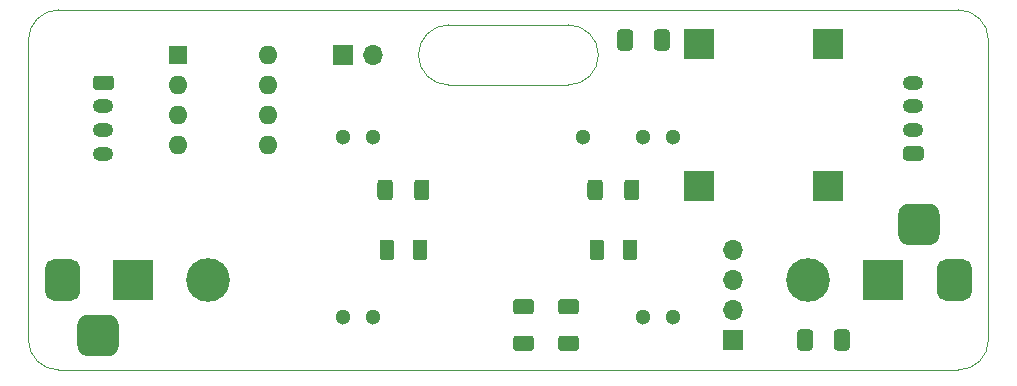
<source format=gbr>
From 40ab1463c3da0c844eedba5c5f52d5ef8af322c4 Mon Sep 17 00:00:00 2001
From: Philip Lampkin <plampkin@chem.wisc.edu>
Date: Sat, 24 Apr 2021 12:07:04 -0500
Subject: terminology update

---
 digital-driver/gerber/driver-F_Mask.gbr | 694 --------------------------------
 1 file changed, 694 deletions(-)
 delete mode 100644 digital-driver/gerber/driver-F_Mask.gbr

(limited to 'digital-driver/gerber/driver-F_Mask.gbr')

diff --git a/digital-driver/gerber/driver-F_Mask.gbr b/digital-driver/gerber/driver-F_Mask.gbr
deleted file mode 100644
index ee7f187..0000000
--- a/digital-driver/gerber/driver-F_Mask.gbr
+++ /dev/null
@@ -1,694 +0,0 @@
-%TF.GenerationSoftware,KiCad,Pcbnew,5.1.8+dfsg1-1+b1*%
-%TF.CreationDate,2021-03-06T12:09:01-06:00*%
-%TF.ProjectId,driver,64726976-6572-42e6-9b69-6361645f7063,B*%
-%TF.SameCoordinates,Original*%
-%TF.FileFunction,Soldermask,Top*%
-%TF.FilePolarity,Negative*%
-%FSLAX46Y46*%
-G04 Gerber Fmt 4.6, Leading zero omitted, Abs format (unit mm)*
-G04 Created by KiCad (PCBNEW 5.1.8+dfsg1-1+b1) date 2021-03-06 12:09:01*
-%MOMM*%
-%LPD*%
-G01*
-G04 APERTURE LIST*
-%TA.AperFunction,Profile*%
-%ADD10C,0.100000*%
-%TD*%
-%ADD11R,2.500000X2.500000*%
-%ADD12O,1.750000X1.200000*%
-%ADD13C,3.700000*%
-%ADD14C,1.300000*%
-%ADD15R,3.500000X3.500000*%
-%ADD16O,1.600000X1.600000*%
-%ADD17R,1.600000X1.600000*%
-%ADD18O,1.700000X1.700000*%
-%ADD19R,1.700000X1.700000*%
-G04 APERTURE END LIST*
-D10*
-X121920000Y-85090000D02*
-G75*
-G02*
-X119380000Y-82550000I0J2540000D01*
-G01*
-X165100000Y-78740000D02*
-X88900000Y-78740000D01*
-X119380000Y-82550000D02*
-G75*
-G02*
-X121920000Y-80010000I2540000J0D01*
-G01*
-X132080000Y-80010000D02*
-G75*
-G02*
-X134620000Y-82550000I0J-2540000D01*
-G01*
-X134620000Y-82550000D02*
-G75*
-G02*
-X132080000Y-85090000I-2540000J0D01*
-G01*
-X132080000Y-80010000D02*
-X121920000Y-80010000D01*
-X132080000Y-85090000D02*
-X121920000Y-85090000D01*
-X165100000Y-109220000D02*
-X88900000Y-109220000D01*
-X86360000Y-81280000D02*
-X86360000Y-106680000D01*
-X167640000Y-106680000D02*
-X167640000Y-81280000D01*
-X86360000Y-81280000D02*
-G75*
-G02*
-X88900000Y-78740000I2540000J0D01*
-G01*
-X88900000Y-109220000D02*
-G75*
-G02*
-X86360000Y-106680000I0J2540000D01*
-G01*
-X167640000Y-106680000D02*
-G75*
-G02*
-X165100000Y-109220000I-2540000J0D01*
-G01*
-X165100000Y-78740000D02*
-G75*
-G02*
-X167640000Y-81280000I0J-2540000D01*
-G01*
-D11*
-%TO.C,PS1*%
-X154090000Y-81630000D03*
-X143090000Y-81630000D03*
-X143090000Y-93630000D03*
-X154090000Y-93630000D03*
-%TD*%
-%TO.C,R7*%
-G36*
-G01*
-X127645000Y-106310000D02*
-X128895000Y-106310000D01*
-G75*
-G02*
-X129145000Y-106560000I0J-250000D01*
-G01*
-X129145000Y-107360000D01*
-G75*
-G02*
-X128895000Y-107610000I-250000J0D01*
-G01*
-X127645000Y-107610000D01*
-G75*
-G02*
-X127395000Y-107360000I0J250000D01*
-G01*
-X127395000Y-106560000D01*
-G75*
-G02*
-X127645000Y-106310000I250000J0D01*
-G01*
-G37*
-G36*
-G01*
-X127645000Y-103210000D02*
-X128895000Y-103210000D01*
-G75*
-G02*
-X129145000Y-103460000I0J-250000D01*
-G01*
-X129145000Y-104260000D01*
-G75*
-G02*
-X128895000Y-104510000I-250000J0D01*
-G01*
-X127645000Y-104510000D01*
-G75*
-G02*
-X127395000Y-104260000I0J250000D01*
-G01*
-X127395000Y-103460000D01*
-G75*
-G02*
-X127645000Y-103210000I250000J0D01*
-G01*
-G37*
-%TD*%
-%TO.C,R6*%
-G36*
-G01*
-X131455000Y-106310000D02*
-X132705000Y-106310000D01*
-G75*
-G02*
-X132955000Y-106560000I0J-250000D01*
-G01*
-X132955000Y-107360000D01*
-G75*
-G02*
-X132705000Y-107610000I-250000J0D01*
-G01*
-X131455000Y-107610000D01*
-G75*
-G02*
-X131205000Y-107360000I0J250000D01*
-G01*
-X131205000Y-106560000D01*
-G75*
-G02*
-X131455000Y-106310000I250000J0D01*
-G01*
-G37*
-G36*
-G01*
-X131455000Y-103210000D02*
-X132705000Y-103210000D01*
-G75*
-G02*
-X132955000Y-103460000I0J-250000D01*
-G01*
-X132955000Y-104260000D01*
-G75*
-G02*
-X132705000Y-104510000I-250000J0D01*
-G01*
-X131455000Y-104510000D01*
-G75*
-G02*
-X131205000Y-104260000I0J250000D01*
-G01*
-X131205000Y-103460000D01*
-G75*
-G02*
-X131455000Y-103210000I250000J0D01*
-G01*
-G37*
-%TD*%
-D12*
-%TO.C,J1*%
-X161290000Y-84900000D03*
-X161290000Y-86900000D03*
-X161290000Y-88900000D03*
-G36*
-G01*
-X161915001Y-91500000D02*
-X160664999Y-91500000D01*
-G75*
-G02*
-X160415000Y-91250001I0J249999D01*
-G01*
-X160415000Y-90549999D01*
-G75*
-G02*
-X160664999Y-90300000I249999J0D01*
-G01*
-X161915001Y-90300000D01*
-G75*
-G02*
-X162165000Y-90549999I0J-249999D01*
-G01*
-X162165000Y-91250001D01*
-G75*
-G02*
-X161915001Y-91500000I-249999J0D01*
-G01*
-G37*
-%TD*%
-%TO.C,R5*%
-G36*
-G01*
-X136790000Y-94605001D02*
-X136790000Y-93354999D01*
-G75*
-G02*
-X137039999Y-93105000I249999J0D01*
-G01*
-X137840001Y-93105000D01*
-G75*
-G02*
-X138090000Y-93354999I0J-249999D01*
-G01*
-X138090000Y-94605001D01*
-G75*
-G02*
-X137840001Y-94855000I-249999J0D01*
-G01*
-X137039999Y-94855000D01*
-G75*
-G02*
-X136790000Y-94605001I0J249999D01*
-G01*
-G37*
-G36*
-G01*
-X133690000Y-94605001D02*
-X133690000Y-93354999D01*
-G75*
-G02*
-X133939999Y-93105000I249999J0D01*
-G01*
-X134740001Y-93105000D01*
-G75*
-G02*
-X134990000Y-93354999I0J-249999D01*
-G01*
-X134990000Y-94605001D01*
-G75*
-G02*
-X134740001Y-94855000I-249999J0D01*
-G01*
-X133939999Y-94855000D01*
-G75*
-G02*
-X133690000Y-94605001I0J249999D01*
-G01*
-G37*
-%TD*%
-%TO.C,R2*%
-G36*
-G01*
-X119010000Y-94605001D02*
-X119010000Y-93354999D01*
-G75*
-G02*
-X119259999Y-93105000I249999J0D01*
-G01*
-X120060001Y-93105000D01*
-G75*
-G02*
-X120310000Y-93354999I0J-249999D01*
-G01*
-X120310000Y-94605001D01*
-G75*
-G02*
-X120060001Y-94855000I-249999J0D01*
-G01*
-X119259999Y-94855000D01*
-G75*
-G02*
-X119010000Y-94605001I0J249999D01*
-G01*
-G37*
-G36*
-G01*
-X115910000Y-94605001D02*
-X115910000Y-93354999D01*
-G75*
-G02*
-X116159999Y-93105000I249999J0D01*
-G01*
-X116960001Y-93105000D01*
-G75*
-G02*
-X117210000Y-93354999I0J-249999D01*
-G01*
-X117210000Y-94605001D01*
-G75*
-G02*
-X116960001Y-94855000I-249999J0D01*
-G01*
-X116159999Y-94855000D01*
-G75*
-G02*
-X115910000Y-94605001I0J249999D01*
-G01*
-G37*
-%TD*%
-%TO.C,C3*%
-G36*
-G01*
-X137530000Y-80629998D02*
-X137530000Y-81930002D01*
-G75*
-G02*
-X137280002Y-82180000I-249998J0D01*
-G01*
-X136454998Y-82180000D01*
-G75*
-G02*
-X136205000Y-81930002I0J249998D01*
-G01*
-X136205000Y-80629998D01*
-G75*
-G02*
-X136454998Y-80380000I249998J0D01*
-G01*
-X137280002Y-80380000D01*
-G75*
-G02*
-X137530000Y-80629998I0J-249998D01*
-G01*
-G37*
-G36*
-G01*
-X140655000Y-80629998D02*
-X140655000Y-81930002D01*
-G75*
-G02*
-X140405002Y-82180000I-249998J0D01*
-G01*
-X139579998Y-82180000D01*
-G75*
-G02*
-X139330000Y-81930002I0J249998D01*
-G01*
-X139330000Y-80629998D01*
-G75*
-G02*
-X139579998Y-80380000I249998J0D01*
-G01*
-X140405002Y-80380000D01*
-G75*
-G02*
-X140655000Y-80629998I0J-249998D01*
-G01*
-G37*
-%TD*%
-%TO.C,C2*%
-G36*
-G01*
-X154570000Y-107330002D02*
-X154570000Y-106029998D01*
-G75*
-G02*
-X154819998Y-105780000I249998J0D01*
-G01*
-X155645002Y-105780000D01*
-G75*
-G02*
-X155895000Y-106029998I0J-249998D01*
-G01*
-X155895000Y-107330002D01*
-G75*
-G02*
-X155645002Y-107580000I-249998J0D01*
-G01*
-X154819998Y-107580000D01*
-G75*
-G02*
-X154570000Y-107330002I0J249998D01*
-G01*
-G37*
-G36*
-G01*
-X151445000Y-107330002D02*
-X151445000Y-106029998D01*
-G75*
-G02*
-X151694998Y-105780000I249998J0D01*
-G01*
-X152520002Y-105780000D01*
-G75*
-G02*
-X152770000Y-106029998I0J-249998D01*
-G01*
-X152770000Y-107330002D01*
-G75*
-G02*
-X152520002Y-107580000I-249998J0D01*
-G01*
-X151694998Y-107580000D01*
-G75*
-G02*
-X151445000Y-107330002I0J249998D01*
-G01*
-G37*
-%TD*%
-%TO.C,D1*%
-G36*
-G01*
-X136665000Y-99685000D02*
-X136665000Y-98435000D01*
-G75*
-G02*
-X136915000Y-98185000I250000J0D01*
-G01*
-X137665000Y-98185000D01*
-G75*
-G02*
-X137915000Y-98435000I0J-250000D01*
-G01*
-X137915000Y-99685000D01*
-G75*
-G02*
-X137665000Y-99935000I-250000J0D01*
-G01*
-X136915000Y-99935000D01*
-G75*
-G02*
-X136665000Y-99685000I0J250000D01*
-G01*
-G37*
-G36*
-G01*
-X133865000Y-99685000D02*
-X133865000Y-98435000D01*
-G75*
-G02*
-X134115000Y-98185000I250000J0D01*
-G01*
-X134865000Y-98185000D01*
-G75*
-G02*
-X135115000Y-98435000I0J-250000D01*
-G01*
-X135115000Y-99685000D01*
-G75*
-G02*
-X134865000Y-99935000I-250000J0D01*
-G01*
-X134115000Y-99935000D01*
-G75*
-G02*
-X133865000Y-99685000I0J250000D01*
-G01*
-G37*
-%TD*%
-D13*
-%TO.C,REF\u002A\u002A*%
-X152400000Y-101600000D03*
-%TD*%
-%TO.C,REF\u002A\u002A*%
-X101600000Y-101600000D03*
-%TD*%
-D14*
-%TO.C,U2*%
-X140970000Y-89535000D03*
-X138430000Y-89535000D03*
-X133350000Y-89535000D03*
-X115570000Y-89535000D03*
-X113030000Y-89535000D03*
-X113030000Y-104775000D03*
-X115570000Y-104775000D03*
-X138430000Y-104775000D03*
-X140970000Y-104775000D03*
-%TD*%
-D15*
-%TO.C,J4*%
-X95250000Y-101600000D03*
-G36*
-G01*
-X87750000Y-102600000D02*
-X87750000Y-100600000D01*
-G75*
-G02*
-X88500000Y-99850000I750000J0D01*
-G01*
-X90000000Y-99850000D01*
-G75*
-G02*
-X90750000Y-100600000I0J-750000D01*
-G01*
-X90750000Y-102600000D01*
-G75*
-G02*
-X90000000Y-103350000I-750000J0D01*
-G01*
-X88500000Y-103350000D01*
-G75*
-G02*
-X87750000Y-102600000I0J750000D01*
-G01*
-G37*
-G36*
-G01*
-X90500000Y-107175000D02*
-X90500000Y-105425000D01*
-G75*
-G02*
-X91375000Y-104550000I875000J0D01*
-G01*
-X93125000Y-104550000D01*
-G75*
-G02*
-X94000000Y-105425000I0J-875000D01*
-G01*
-X94000000Y-107175000D01*
-G75*
-G02*
-X93125000Y-108050000I-875000J0D01*
-G01*
-X91375000Y-108050000D01*
-G75*
-G02*
-X90500000Y-107175000I0J875000D01*
-G01*
-G37*
-%TD*%
-%TO.C,J3*%
-G36*
-G01*
-X163500000Y-96025000D02*
-X163500000Y-97775000D01*
-G75*
-G02*
-X162625000Y-98650000I-875000J0D01*
-G01*
-X160875000Y-98650000D01*
-G75*
-G02*
-X160000000Y-97775000I0J875000D01*
-G01*
-X160000000Y-96025000D01*
-G75*
-G02*
-X160875000Y-95150000I875000J0D01*
-G01*
-X162625000Y-95150000D01*
-G75*
-G02*
-X163500000Y-96025000I0J-875000D01*
-G01*
-G37*
-G36*
-G01*
-X166250000Y-100600000D02*
-X166250000Y-102600000D01*
-G75*
-G02*
-X165500000Y-103350000I-750000J0D01*
-G01*
-X164000000Y-103350000D01*
-G75*
-G02*
-X163250000Y-102600000I0J750000D01*
-G01*
-X163250000Y-100600000D01*
-G75*
-G02*
-X164000000Y-99850000I750000J0D01*
-G01*
-X165500000Y-99850000D01*
-G75*
-G02*
-X166250000Y-100600000I0J-750000D01*
-G01*
-G37*
-X158750000Y-101600000D03*
-%TD*%
-%TO.C,D2*%
-G36*
-G01*
-X118885000Y-99685000D02*
-X118885000Y-98435000D01*
-G75*
-G02*
-X119135000Y-98185000I250000J0D01*
-G01*
-X119885000Y-98185000D01*
-G75*
-G02*
-X120135000Y-98435000I0J-250000D01*
-G01*
-X120135000Y-99685000D01*
-G75*
-G02*
-X119885000Y-99935000I-250000J0D01*
-G01*
-X119135000Y-99935000D01*
-G75*
-G02*
-X118885000Y-99685000I0J250000D01*
-G01*
-G37*
-G36*
-G01*
-X116085000Y-99685000D02*
-X116085000Y-98435000D01*
-G75*
-G02*
-X116335000Y-98185000I250000J0D01*
-G01*
-X117085000Y-98185000D01*
-G75*
-G02*
-X117335000Y-98435000I0J-250000D01*
-G01*
-X117335000Y-99685000D01*
-G75*
-G02*
-X117085000Y-99935000I-250000J0D01*
-G01*
-X116335000Y-99935000D01*
-G75*
-G02*
-X116085000Y-99685000I0J250000D01*
-G01*
-G37*
-%TD*%
-D12*
-%TO.C,J2*%
-X92710000Y-90900000D03*
-X92710000Y-88900000D03*
-X92710000Y-86900000D03*
-G36*
-G01*
-X92084999Y-84300000D02*
-X93335001Y-84300000D01*
-G75*
-G02*
-X93585000Y-84549999I0J-249999D01*
-G01*
-X93585000Y-85250001D01*
-G75*
-G02*
-X93335001Y-85500000I-249999J0D01*
-G01*
-X92084999Y-85500000D01*
-G75*
-G02*
-X91835000Y-85250001I0J249999D01*
-G01*
-X91835000Y-84549999D01*
-G75*
-G02*
-X92084999Y-84300000I249999J0D01*
-G01*
-G37*
-%TD*%
-D16*
-%TO.C,U1*%
-X106680000Y-82550000D03*
-X99060000Y-90170000D03*
-X106680000Y-85090000D03*
-X99060000Y-87630000D03*
-X106680000Y-87630000D03*
-X99060000Y-85090000D03*
-X106680000Y-90170000D03*
-D17*
-X99060000Y-82550000D03*
-%TD*%
-D18*
-%TO.C,J5*%
-X146050000Y-99060000D03*
-X146050000Y-101600000D03*
-X146050000Y-104140000D03*
-D19*
-X146050000Y-106680000D03*
-%TD*%
-%TO.C,J7*%
-X113030000Y-82550000D03*
-D18*
-X115570000Y-82550000D03*
-%TD*%
-M02*
-- 
cgit v1.2.3


</source>
